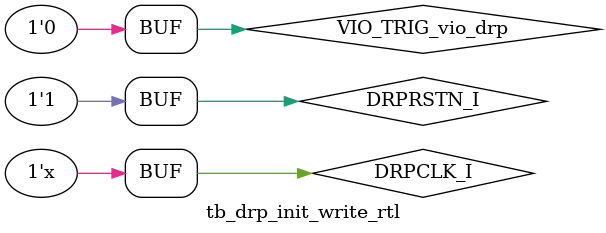
<source format=v>
`timescale 1ns / 1ps


module tb_drp_init_write_rtl(

    );
    
reg VIO_TRIG_vio_drp=0;   
    
reg    DRPCLK_I  = 0;
reg    DRPRSTN_I = 0;

wire [15:0] M_DRPADDR_O ;  
wire [15:0] M_DRPDI_O ;    
wire  M_DRPEN_O    ; 
wire  M_DRPWE_O    ; 


always #5 DRPCLK_I = ~DRPCLK_I ;


initial begin
    DRPCLK_I = 0;
    VIO_TRIG_vio_drp = 0;
    DRPRSTN_I = 0;
    #500;
    DRPRSTN_I = 1;
    
    #1000;
    VIO_TRIG_vio_drp = 1;
    #12;
    VIO_TRIG_vio_drp = 0;
    
    

end 
    
drp_init_write_rtl   
    drp_init_write_rtl_u    
    (    
    .DRPCLK_I          (DRPCLK_I ),
    .DRPRSTN_I         (DRPRSTN_I),
    .M_DRPADDR_O       (M_DRPADDR_O   ),
    .M_DRPDI_O         (M_DRPDI_O     ),
    .M_DRPEN_O         (M_DRPEN_O     ),
    .M_DRPWE_O         (M_DRPWE_O     ),
    .M_DRPRDY_I        (1),
    .VIO_TRIG_vio_drp  (VIO_TRIG_vio_drp)

    );
    
    
endmodule
</source>
